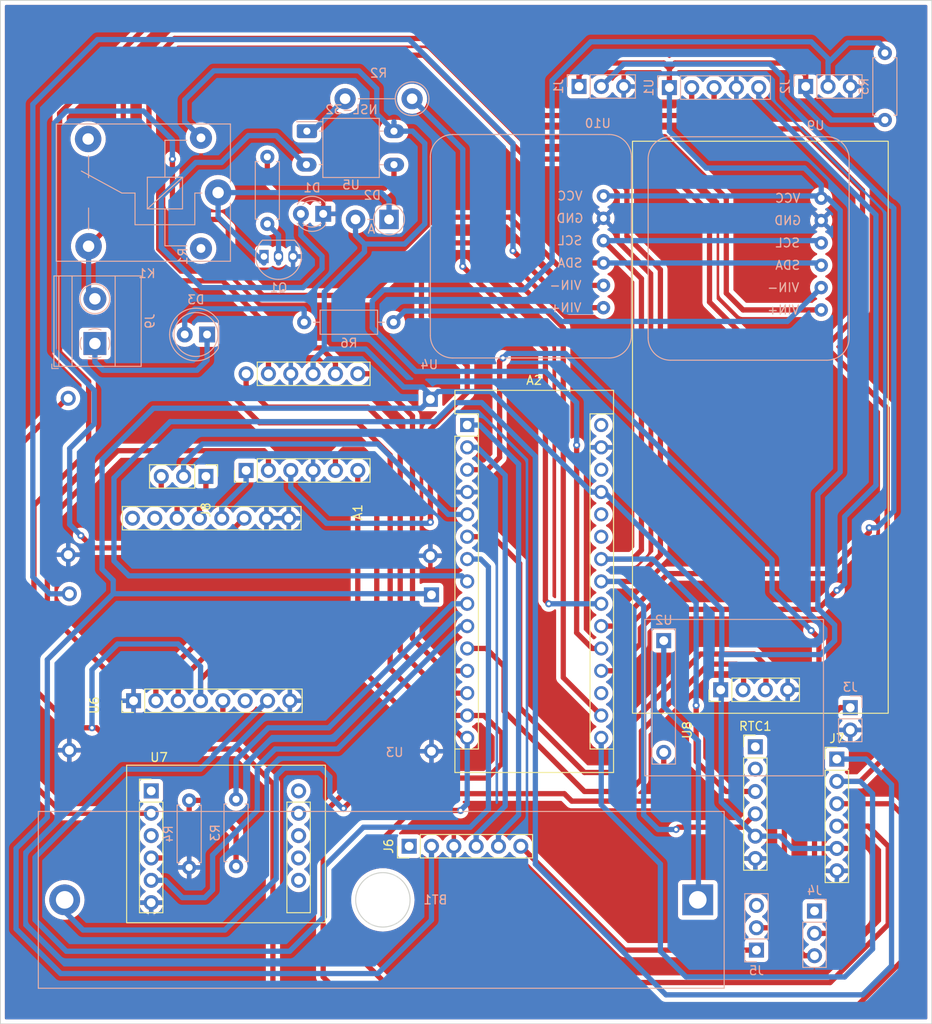
<source format=kicad_pcb>
(kicad_pcb (version 20211014) (generator pcbnew)
  (layers (0 "F.Cu" signal) (31 "B.Cu" signal) (34 "B.Paste" user) (35 "F.Paste" user) (36 "B.SilkS" user "B.Silkscreen") (37 "F.SilkS" user "F.Silkscreen") (38 "B.Mask" user) (39 "F.Mask" user) (44 "Edge.Cuts" user))
  (net 0 "")
  (net 1 "RESET_L")
  (net 2 "SCK_L")
  (net 3 "LL_3V3")
  (net 4 "GND")
  (net 5 "MOSI_L")
  (net 6 "NSS_LORA_L")
  (net 7 "NSS_LORA")
  (net 8 "MOSI")
  (net 9 "+5V")
  (net 10 "SCK")
  (net 11 "RESET_LORA")
  (net 12 "TXD")
  (net 13 "RXD")
  (net 14 "Reset")
  (net 15 "INTRPT")
  (net 16 "GPS_TX")
  (net 17 "BUSY")
  (net 18 "NSS_SD")
  (net 19 "RX_GSM")
  (net 20 "TX_GSM")
  (net 21 "GPS_RX")
  (net 22 "MISO")
  (net 24 "KTYPE")
  (net 25 "DS18B20")
  (net 26 "PT1000")
  (net 27 "RELAY_INPUT")
  (net 28 "SDA")
  (net 29 "SCL")
  (net 34 "Net-(BT1-Pad1)")
  (net 35 "Net-(BT1-Pad2)")
  (net 36 "Net-(D1-Pad2)")
  (net 37 "Net-(D2-Pad1)")
  (net 38 "BATT-")
  (net 39 "Net-(D3-Pad2)")
  (net 40 "Net-(J3-Pad1)")
  (net 42 "State")
  (net 45 "DIO0")
  (net 46 "DIO1")
  (net 47 "BAT_VIN+")
  (net 48 "BATT+")
  (net 50 "Net-(Q1-Pad2)")
  (net 51 "Net-(R1-Pad1)")
  (net 52 "Net-(R2-Pad2)")
  (net 53 "RX_GSM_3.3V")
  (net 54 "Net-(R6-Pad2)")
  (net 57 "+3.3V")
  (net 58 "+4V")
  (net 62 "LoRa3.3V")
  (footprint "Connector_PinHeader_2.54mm:PinHeader_1x06_P2.54mm_Vertical" (layer "F.Cu") (at 135.382 136.017)
    (fp_text reference "RTC1")
    (fp_text value "DS3231")
  )
  (footprint "Module:Arduino_Nano" (layer "F.Cu") (at 102.616 99.441)
    (fp_text reference "A2")
    (fp_text value "Arduino_Nano_v3.x")
  )
  (footprint "Connector_PinHeader_2.54mm:PinHeader_1x06_P2.54mm_Vertical" (layer "F.Cu") (at 96.012 147.32 90)
    (fp_text reference "J6")
    (fp_text value "HC-05")
  )
  (footprint "logic_level_shifter:PinHeader_1x12_P2.54mm_Vertical" (layer "F.Cu") (at 90.17 104.607 90)
    (fp_text reference "A1")
    (fp_text value "LogicLevelShifter_Module")
  )
  (footprint "LoRa:LoRa Ra01sh" (layer "F.Cu") (at 84.2265 132.5855 90)
    (fp_text reference "U6")
    (fp_text value "Ra01SH")
  )
  (footprint "Connector_PinHeader_2.54mm:PinHeader_1x06_P2.54mm_Vertical" (layer "F.Cu") (at 144.653 137.414)
    (fp_text reference "J7")
    (fp_text value "SD_CARD")
  )
  (footprint "Connector_PinHeader_2.54mm:PinHeader_1x03_P2.54mm_Vertical" (layer "F.Cu") (at 72.898 105.283 -90)
    (fp_text reference "J8")
    (fp_text value "Jumper_DIO0_DIO1")
  )
  (footprint "GPS:PinHeader_1x04_P2.54mm_Vertical" (layer "F.Cu") (at 131.445 129.54 90)
    (fp_text reference "U8")
    (fp_text value "ublox_neo_6m")
  )
  (footprint "GSM:GSM" (layer "F.Cu") (at 66.675 141.0335)
    (fp_text reference "U7")
    (fp_text value "SI800L")
  )
  (footprint "Diode_THT:D_DO-41_SOD81_P3.81mm_Vertical_AnodeUp" (layer "B.Cu") (at 93.726 76.073 180)
    (fp_text reference "D2")
    (fp_text value "DIODE")
  )
  (footprint "TerminalBlock_Phoenix:TerminalBlock_Phoenix_MKDS-1,5-2-5.08_1x02_P5.08mm_Horizontal" (layer "B.Cu") (at 60.274 90.175 90)
    (fp_text reference "J9")
    (fp_text value "Screw_Terminal_01x02")
  )
  (footprint "usini_sensors:module_ina219" (layer "B.Cu") (at 142.875 86.36 180)
    (fp_text reference "U9")
    (fp_text value "module_ina219")
  )
  (footprint "Connector_PinHeader_2.54mm:PinHeader_1x02_P2.54mm_Vertical" (layer "B.Cu") (at 146.177 131.567 180)
    (fp_text reference "J3")
    (fp_text value "USB_BOOST_OUT")
  )
  (footprint "Resistor_THT:R_Axial_DIN0207_L6.3mm_D2.5mm_P7.62mm_Horizontal" (layer "B.Cu") (at 70.993 142.113 -90)
    (fp_text reference "R4")
    (fp_text value "20K")
  )
  (footprint "Resistor_THT:R_Axial_DIN0207_L6.3mm_D2.5mm_P7.62mm_Horizontal" (layer "B.Cu") (at 76.327 141.986 -90)
    (fp_text reference "R3")
    (fp_text value "10K")
  )
  (footprint "LED_THT:LED_D5.0mm" (layer "B.Cu") (at 73.03 89.154 180)
    (fp_text reference "D3")
    (fp_text value "LED")
  )
  (footprint "LM2596:LM2596" (layer "B.Cu") (at 100.33 138.049 180)
    (fp_text reference "U3")
    (fp_text value "LM2596")
  )
  (footprint "Resistor_THT:R_Axial_DIN0207_L6.3mm_D2.5mm_P10.16mm_Horizontal" (layer "B.Cu") (at 84.074 87.757)
    (fp_text reference "R6")
    (fp_text value "100E")
  )
  (footprint "Connector_PinHeader_2.54mm:PinHeader_1x03_P2.54mm_Vertical" (layer "B.Cu") (at 115.331 60.96 -90)
    (fp_text reference "J1")
    (fp_text value "PT1000")
  )
  (footprint "RELAY:Relay_SPDT_SANYOU_SRD_Series_Form_C" (layer "B.Cu") (at 74.286 73.025 180)
    (fp_text reference "K1")
    (fp_text value "G5V-1")
  )
  (footprint "Resistor_THT:R_Axial_DIN0411_L9.9mm_D3.6mm_P7.62mm_Vertical" (layer "B.Cu") (at 96.347 62.357 180)
    (fp_text reference "R2")
    (fp_text value "330E")
  )
  (footprint "Connector_PinHeader_2.54mm:PinHeader_1x05_P2.54mm_Vertical" (layer "B.Cu") (at 125.608 61.087 -90)
    (fp_text reference "U1")
    (fp_text value "ktype")
  )
  (footprint "OPTOCOUPLER:OPTOCOUPLER" (layer "B.Cu") (at 83.237 69.85)
    (fp_text reference "U5")
    (fp_text value "NSL-32")
  )
  (footprint "LED_THT:LED_D3.0mm" (layer "B.Cu") (at 86.238 75.438 180)
    (fp_text reference "D1")
    (fp_text value "LED")
  )
  (footprint "Resistor_THT:R_Axial_DIN0207_L6.3mm_D2.5mm_P7.62mm_Horizontal" (layer "B.Cu") (at 79.883 68.961 -90)
    (fp_text reference "R1")
    (fp_text value "1k")
  )
  (footprint "Battery:BatteryHolder_MPD_BH-18650-PC2" (layer "B.Cu") (at 128.837 153.416 180)
    (fp_text reference "BT1")
    (fp_text value "Battery")
    (fp_circle (center 35.814 0) (end 36.83 2.921) (layer "Edge.Cuts") (width 0.12) (fill none))
  )
  (footprint "Package_TO_SOT_THT:TO-92_Inline" (layer "B.Cu") (at 79.883 80.285)
    (fp_text reference "Q1")
    (fp_text value "BC547")
  )
  (footprint "Connector_PinHeader_2.54mm:PinHeader_1x03_P2.54mm_Vertical" (layer "B.Cu") (at 135.509 159.131)
    (fp_text reference "J5")
    (fp_text value "BL_Switch")
  )
  (footprint "LM2596:LM2596" (layer "B.Cu") (at 100.203 115.824 180)
    (fp_text reference "U4")
    (fp_text value "LM2596")
  )
  (footprint "Connector_PinHeader_2.54mm:PinHeader_1x03_P2.54mm_Vertical" (layer "B.Cu") (at 142.113 154.686 180)
    (fp_text reference "J4")
    (fp_text value "Power_Switch")
  )
  (footprint "Connector_PinHeader_2.54mm:PinHeader_1x03_P2.54mm_Vertical" (layer "B.Cu") (at 141.112 60.96 -90)
    (fp_text reference "J2")
    (fp_text value "Jumper_DIO0_DIO1")
  )
  (footprint "5V_USB_BOOST:PinHeader_1x06_P2.54mm_Vertical" (layer "B.Cu") (at 126.238 137.922 180)
    (fp_text reference "U2")
    (fp_text value "USB_5V_BOOST")
  )
  (footprint "Resistor_THT:R_Axial_DIN0207_L6.3mm_D2.5mm_P7.62mm_Horizontal" (layer "B.Cu") (at 150.114 57.15 -90)
    (fp_text reference "R5")
    (fp_text value "4.7K")
  )
  (footprint "usini_sensors:module_ina219" (layer "B.Cu") (at 118.11 86.106 180)
    (fp_text reference "U10")
    (fp_text value "module_ina219")
  )
  (gr_rect (start 155.448 167.513) (end 49.53 51.181) (layer "Edge.Cuts") (width 0.1) (fill none))
  (segment (start 74.7015 108.8135) (end 74.7015 110.0355) (width 0.6) (layer "B.Cu") (net 1))
  (segment (start 77.47 106.045) (end 74.7015 108.8135) (width 0.6) (layer "B.Cu") (net 1))
  (segment (start 77.47 104.607) (end 77.47 106.045) (width 0.6) (layer "B.Cu") (net 1))
  (segment (start 80.01 102.87) (end 80.01 104.607) (width 0.6) (layer "F.Cu") (net 2))
  (segment (start 73.025 134.493) (end 63.246 134.493) (width 0.6) (layer "F.Cu") (net 2))
  (segment (start 74.8285 132.6895) (end 73.025 134.493) (width 0.6) (layer "F.Cu") (net 2))
  (segment (start 54.864 110.363) (end 62.865 102.362) (width 0.6) (layer "F.Cu") (net 2))
  (segment (start 61.849 127.635) (end 54.864 120.65) (width 0.6) (layer "F.Cu") (net 2))
  (segment (start 54.864 120.65) (end 54.864 110.363) (width 0.6) (layer "F.Cu") (net 2))
  (segment (start 63.246 134.493) (end 61.849 133.096) (width 0.6) (layer "F.Cu") (net 2))
  (segment (start 79.502 102.362) (end 80.01 102.87) (width 0.6) (layer "F.Cu") (net 2))
  (segment (start 62.865 102.362) (end 79.502 102.362) (width 0.6) (layer "F.Cu") (net 2))
  (segment (start 74.8285 130.7855) (end 74.8285 132.6895) (width 0.6) (layer "F.Cu") (net 2))
  (segment (start 61.849 133.096) (end 61.849 127.635) (width 0.6) (layer "F.Cu") (net 2))
  (segment (start 102.616 92.71) (end 97.409 87.503) (width 0.6) (layer "F.Cu") (net 3))
  (segment (start 113.538 88.392) (end 113.538 128.143) (width 0.6) (layer "F.Cu") (net 3))
  (segment (start 97.409 87.503) (end 97.409 82.042) (width 0.6) (layer "F.Cu") (net 3))
  (segment (start 102.616 95.758) (end 102.616 92.71) (width 0.6) (layer "F.Cu") (net 3))
  (segment (start 98.425 99.949) (end 102.616 95.758) (width 0.6) (layer "F.Cu") (net 3))
  (segment (start 97.409 82.042) (end 100.711 78.74) (width 0.6) (layer "F.Cu") (net 3))
  (segment (start 113.538 128.143) (end 117.856 132.461) (width 0.6) (layer "F.Cu") (net 3))
  (segment (start 98.425 110.49) (end 98.425 99.949) (width 0.6) (layer "F.Cu") (net 3))
  (segment (start 100.711 78.74) (end 103.886 78.74) (width 0.6) (layer "F.Cu") (net 3))
  (segment (start 103.886 78.74) (end 113.538 88.392) (width 0.6) (layer "F.Cu") (net 3))
  (via (at 98.425 110.49) (size 0.8) (drill 0.4) (layers "F.Cu" "B.Cu") (net 3))
  (segment (start 98.298 110.617) (end 86.614 110.617) (width 0.6) (layer "B.Cu") (net 3))
  (segment (start 86.614 110.617) (end 82.55 106.553) (width 0.6) (layer "B.Cu") (net 3))
  (segment (start 98.425 110.49) (end 98.298 110.617) (width 0.6) (layer "B.Cu") (net 3))
  (segment (start 82.55 106.553) (end 82.55 104.607) (width 0.6) (layer "B.Cu") (net 3))
  (segment (start 90.805 102.235) (end 92.329 103.759) (width 0.6) (layer "F.Cu") (net 5))
  (segment (start 73.279 125.222) (end 69.7485 128.7525) (width 0.6) (layer "F.Cu") (net 5))
  (segment (start 88.519 102.235) (end 90.805 102.235) (width 0.6) (layer "F.Cu") (net 5))
  (segment (start 69.7485 128.7525) (end 69.7485 130.7855) (width 0.6) (layer "F.Cu") (net 5))
  (segment (start 92.329 103.759) (end 92.329 122.174) (width 0.6) (layer "F.Cu") (net 5))
  (segment (start 89.281 125.222) (end 73.279 125.222) (width 0.6) (layer "F.Cu") (net 5))
  (segment (start 87.63 103.124) (end 88.519 102.235) (width 0.6) (layer "F.Cu") (net 5))
  (segment (start 87.63 104.607) (end 87.63 103.124) (width 0.6) (layer "F.Cu") (net 5))
  (segment (start 92.329 122.174) (end 89.281 125.222) (width 0.6) (layer "F.Cu") (net 5))
  (segment (start 72.644 123.444) (end 88.138 123.444) (width 0.6) (layer "F.Cu") (net 6))
  (segment (start 88.138 123.444) (end 90.17 121.412) (width 0.6) (layer "F.Cu") (net 6))
  (segment (start 67.2085 130.7855) (end 67.2085 128.8795) (width 0.6) (layer "F.Cu") (net 6))
  (segment (start 90.17 121.412) (end 90.17 104.607) (width 0.6) (layer "F.Cu") (net 6))
  (segment (start 67.2085 128.8795) (end 72.644 123.444) (width 0.6) (layer "F.Cu") (net 6))
  (segment (start 77.47 93.618) (end 77.47 94.996) (width 0.6) (layer "F.Cu") (net 7))
  (segment (start 94.996 101.092) (end 94.996 125.095) (width 0.6) (layer "F.Cu") (net 7))
  (segment (start 77.47 94.996) (end 79.883 97.409) (width 0.6) (layer "F.Cu") (net 7))
  (segment (start 94.996 125.095) (end 99.822 129.921) (width 0.6) (layer "F.Cu") (net 7))
  (segment (start 99.822 129.921) (end 102.616 129.921) (width 0.6) (layer "F.Cu") (net 7))
  (segment (start 79.883 97.409) (end 91.313 97.409) (width 0.6) (layer "F.Cu") (net 7))
  (segment (start 91.313 97.409) (end 94.996 101.092) (width 0.6) (layer "F.Cu") (net 7))
  (segment (start 104.521 132.461) (end 102.616 132.461) (width 0.6) (layer "F.Cu") (net 8))
  (segment (start 76.962 91.186) (end 75.565 92.583) (width 0.6) (layer "F.Cu") (net 8))
  (segment (start 89.662 165.608) (end 86.233 162.179) (width 0.6) (layer "F.Cu") (net 8))
  (segment (start 153.416 159.004) (end 146.812 165.608) (width 0.6) (layer "F.Cu") (net 8))
  (segment (start 86.233 162.179) (end 86.233 143.637) (width 0.6) (layer "F.Cu") (net 8))
  (segment (start 150.876 142.494) (end 153.416 145.034) (width 0.6) (layer "F.Cu") (net 8))
  (segment (start 144.653 142.494) (end 150.876 142.494) (width 0.6) (layer "F.Cu") (net 8))
  (segment (start 75.565 92.583) (end 75.565 95.758) (width 0.6) (layer "F.Cu") (net 8))
  (segment (start 90.17 99.187) (end 93.853 102.87) (width 0.6) (layer "F.Cu") (net 8))
  (segment (start 79.121 91.186) (end 76.962 91.186) (width 0.6) (layer "F.Cu") (net 8))
  (segment (start 80.01 92.075) (end 79.121 91.186) (width 0.6) (layer "F.Cu") (net 8))
  (segment (start 93.853 127.127) (end 99.187 132.461) (width 0.6) (layer "F.Cu") (net 8))
  (segment (start 153.416 145.034) (end 153.416 159.004) (width 0.6) (layer "F.Cu") (net 8))
  (segment (start 106.553 134.493) (end 104.521 132.461) (width 0.6) (layer "F.Cu") (net 8))
  (segment (start 75.565 95.758) (end 78.994 99.187) (width 0.6) (layer "F.Cu") (net 8))
  (segment (start 99.187 132.461) (end 102.616 132.461) (width 0.6) (layer "F.Cu") (net 8))
  (segment (start 106.553 137.922) (end 106.553 134.493) (width 0.6) (layer "F.Cu") (net 8))
  (segment (start 78.994 99.187) (end 90.17 99.187) (width 0.6) (layer "F.Cu") (net 8))
  (segment (start 93.853 102.87) (end 93.853 127.127) (width 0.6) (layer "F.Cu") (net 8))
  (segment (start 104.902 139.573) (end 106.553 137.922) (width 0.6) (layer "F.Cu") (net 8))
  (segment (start 80.01 93.618) (end 80.01 92.075) (width 0.6) (layer "F.Cu") (net 8))
  (segment (start 86.233 143.637) (end 90.297 139.573) (width 0.6) (layer "F.Cu") (net 8))
  (segment (start 146.812 165.608) (end 89.662 165.608) (width 0.6) (layer "F.Cu") (net 8))
  (segment (start 90.297 139.573) (end 104.902 139.573) (width 0.6) (layer "F.Cu") (net 8))
  (segment (start 115.331 60.96) (end 115.331 59.675) (width 0.6) (layer "F.Cu") (net 9))
  (segment (start 116.713 58.293) (end 124.968 58.293) (width 0.6) (layer "F.Cu") (net 9))
  (segment (start 141.112 59.705) (end 141.112 60.96) (width 0.6) (layer "F.Cu") (net 9))
  (segment (start 139.7 58.293) (end 141.112 59.705) (width 0.6) (layer "F.Cu") (net 9))
  (segment (start 146.685 147.574) (end 147.574 148.463) (width 0.6) (layer "F.Cu") (net 9))
  (segment (start 124.968 58.293) (end 125.608 58.933) (width 0.6) (layer "F.Cu") (net 9))
  (segment (start 126.248 58.293) (end 139.7 58.293) (width 0.6) (layer "F.Cu") (net 9))
  (segment (start 147.574 155.575) (end 145.923 157.226) (width 0.6) (layer "F.Cu") (net 9))
  (segment (start 145.923 157.226) (end 142.113 157.226) (width 0.6) (layer "F.Cu") (net 9))
  (segment (start 147.574 148.463) (end 147.574 155.575) (width 0.6) (layer "F.Cu") (net 9))
  (segment (start 144.653 147.574) (end 146.685 147.574) (width 0.6) (layer "F.Cu") (net 9))
  (segment (start 125.608 58.933) (end 125.608 61.087) (width 0.6) (layer "F.Cu") (net 9))
  (segment (start 125.608 58.933) (end 126.248 58.293) (width 0.6) (layer "F.Cu") (net 9))
  (segment (start 115.331 59.675) (end 116.713 58.293) (width 0.6) (layer "F.Cu") (net 9))
  (segment (start 62.357 117.094) (end 62.357 118.618) (width 0.6) (layer "B.Cu") (net 9))
  (segment (start 145.034 104.775) (end 142.494 107.315) (width 0.6) (layer "B.Cu") (net 9))
  (segment (start 85.09 93.618) (end 85.09 92.075) (width 0.6) (layer "B.Cu") (net 9))
  (segment (start 144.018 64.77) (end 150.114 64.77) (width 0.6) (layer "B.Cu") (net 9))
  (segment (start 61.087 103.378) (end 61.087 115.824) (width 0.6) (layer "B.Cu") (net 9))
  (segment (start 66.929 97.536) (end 61.087 103.378) (width 0.6) (layer "B.Cu") (net 9))
  (segment (start 98.425 96.012) (end 98.425 96.52) (width 0.6) (layer "B.Cu") (net 9))
  (segment (start 131.5085 142.3035) (end 131.5085 125.5395) (width 0.6) (layer "B.Cu") (net 9))
  (segment (start 125.608 66.045) (end 129.794 70.231) (width 0.6) (layer "B.Cu") (net 9))
  (segment (start 90.297 59.182) (end 92.329 61.214) (width 0.6) (layer "B.Cu") (net 9))
  (segment (start 135.382 146.177) (end 131.5085 142.3035) (width 0.6) (layer "B.Cu") (net 9))
  (segment (start 142.494 120.269) (end 144.399 122.174) (width 0.6) (layer "B.Cu") (net 9))
  (segment (start 139.573 147.574) (end 138.176 146.177) (width 0.6) (layer "B.Cu") (net 9))
  (segment (start 92.456 161.798) (end 56.388 161.798) (width 0.6) (layer "B.Cu") (net 9))
  (segment (start 116.713 107.061) (end 117.856 107.061) (width 0.6) (layer "B.Cu") (net 9))
  (segment (start 98.425 96.52) (end 99.314 95.631) (width 0.6) (layer "B.Cu") (net 9))
  (segment (start 56.388 161.798) (end 51.308 156.718) (width 0.6) (layer "B.Cu") (net 9))
  (segment (start 89.916 76.073) (end 89.916 77.851) (width 0.6) (layer "B.Cu") (net 9))
  (segment (start 70.485 64.951) (end 70.485 62.484) (width 0.6) (layer "B.Cu") (net 9))
  (segment (start 131.5085 125.5395) (end 131.572 125.476) (width 0.6) (layer "B.Cu") (net 9))
  (segment (start 92.329 64.083) (end 94.286 66.04) (width 0.6) (layer "B.Cu") (net 9))
  (segment (start 140.97 70.231) (end 142.875 72.136) (width 0.6) (layer "B.Cu") (net 9))
  (segment (start 138.176 146.177) (end 135.382 146.177) (width 0.6) (layer "B.Cu") (net 9))
  (segment (start 142.875 72.136) (end 142.875 73.66) (width 0.6) (layer "B.Cu") (net 9))
  (segment (start 131.572 120.396) (end 118.237 107.061) (width 0.6) (layer "B.Cu") (net 9))
  (segment (start 118.11 73.406) (end 142.621 73.406) (width 0.6) (layer "B.Cu") (net 9))
  (segment (start 90.932 78.867) (end 95.504 78.867) (width 0.6) (layer "B.Cu") (net 9))
  (segment (start 95.504 78.867) (end 97.79 76.581) (width 0.6) (layer "B.Cu") (net 9))
  (segment (start 144.526 147.701) (end 144.653 147.574) (width 0.6) (layer "B.Cu") (net 9))
  (segment (start 73.787 59.182) (end 90.297 59.182) (width 0.6) (layer "B.Cu") (net 9))
  (segment (start 96.393 66.04) (end 94.286 66.04) (width 0.6) (layer "B.Cu") (net 9))
  (segment (start 89.916 77.851) (end 90.932 78.867) (width 0.6) (layer "B.Cu") (net 9))
  (segment (start 97.79 67.437) (end 96.393 66.04) (width 0.6) (layer "B.Cu") (net 9))
  (segment (start 143.637 73.66) (end 145.034 75.057) (width 0.6) (layer "B.Cu") (net 9))
  (segment (start 144.653 147.574) (end 139.573 147.574) (width 0.6) (layer "B.Cu") (net 9))
  (segment (start 92.329 61.214) (end 92.329 64.083) (width 0.6) (layer "B.Cu") (net 9))
  (segment (start 90.932 78.867) (end 90.932 79.756) (width 0.6) (layer "B.Cu") (net 9))
  (segment (start 99.314 95.631) (end 105.283 95.631) (width 0.6) (layer "B.Cu") (net 9))
  (segment (start 51.308 147.574) (end 54.864 144.018) (width 0.6) (layer "B.Cu") (net 9))
  (segment (start 72.336 66.802) (end 70.485 64.951) (width 0.6) (layer "B.Cu") (net 9))
  (segment (start 125.608 61.087) (end 125.608 66.045) (width 0.6) (layer "B.Cu") (net 9))
  (segment (start 86.36 90.805) (end 91.059 90.805) (width 0.6) (layer "B.Cu") (net 9))
  (segment (start 91.059 90.805) (end 95.377 95.123) (width 0.6) (layer "B.Cu") (net 9))
  (segment (start 131.572 125.476) (end 131.572 120.396) (width 0.6) (layer "B.Cu") (net 9))
  (segment (start 51.308 156.718) (end 51.308 147.574) (width 0.6) (layer "B.Cu") (net 9))
  (segment (start 85.09 92.075) (end 86.36 90.805) (width 0.6) (layer "B.Cu") (net 9))
  (segment (start 129.794 70.231) (end 140.97 70.231) (width 0.6) (layer "B.Cu") (net 9))
  (segment (start 142.8115 125.5395) (end 131.5085 125.5395) (width 0.6) (layer "B.Cu") (net 9))
  (segment (start 70.485 62.484) (end 73.787 59.182) (width 0.6) (layer "B.Cu") (net 9))
  (segment (start 142.494 107.315) (end 142.494 120.269) (width 0.6) (layer "B.Cu") (net 9))
  (segment (start 98.552 147.32) (end 98.552 155.702) (width 0.6) (layer "B.Cu") (net 9))
  (segment (start 97.409 97.536) (end 66.929 97.536) (width 0.6) (layer "B.Cu") (net 9))
  (segment (start 94.286 66.04) (end 94.286 64.972) (width 0.6) (layer "B.Cu") (net 9))
  (segment (start 90.932 79.756) (end 86.36 84.328) (width 0.6) (layer "B.Cu") (net 9))
  (segment (start 105.283 95.631) (end 116.713 107.061) (width 0.6) (layer "B.Cu") (net 9))
  (segment (start 97.79 76.581) (end 97.79 67.437) (width 0.6) (layer "B.Cu") (net 9))
  (segment (start 144.399 123.952) (end 142.8115 125.5395) (width 0.6) (layer "B.Cu") (net 9))
  (segment (start 144.399 122.174) (end 144.399 123.952) (width 0.6) (layer "B.Cu") (net 9))
  (segment (start 86.36 84.328) (end 86.36 90.805) (width 0.6) (layer "B.Cu") (net 9))
  (segment (start 141.112 60.96) (end 141.112 61.864) (width 0.6) (layer "B.Cu") (net 9))
  (segment (start 61.087 115.824) (end 62.357 117.094) (width 0.6) (layer "B.Cu") (net 9))
  (segment (start 98.425 96.52) (end 97.409 97.536) (width 0.6) (layer "B.Cu") (net 9))
  (segment (start 62.357 118.618) (end 98.425 118.618) (width 0.6) (layer "B.Cu") (net 9))
  (segment (start 118.237 107.061) (end 117.856 107.061) (width 0.6) (layer "B.Cu") (net 9))
  (segment (start 97.536 95.123) (end 98.425 96.012) (width 0.6) (layer "B.Cu") (net 9))
  (segment (start 142.875 73.66) (end 143.637 73.66) (width 0.6) (layer "B.Cu") (net 9))
  (segment (start 95.377 95.123) (end 97.536 95.123) (width 0.6) (layer "B.Cu") (net 9))
  (segment (start 98.552 155.702) (end 92.456 161.798) (width 0.6) (layer "B.Cu") (net 9))
  (segment (start 141.112 61.864) (end 144.018 64.77) (width 0.6) (layer "B.Cu") (net 9))
  (segment (start 54.864 144.018) (end 54.864 126.111) (width 0.6) (layer "B.Cu") (net 9))
  (segment (start 145.034 75.057) (end 145.034 104.775) (width 0.6) (layer "B.Cu") (net 9))
  (segment (start 54.864 126.111) (end 62.357 118.618) (width 0.6) (layer "B.Cu") (net 9))
  (segment (start 66.421 79.883) (end 69.596 83.058) (width 0.6) (layer "F.Cu") (net 10))
  (segment (start 135.255 90.551) (end 130.175 85.471) (width 0.6) (layer "F.Cu") (net 10))
  (segment (start 147.574 72.771) (end 140.589 65.786) (width 0.6) (layer "F.Cu") (net 10))
  (segment (start 74.803 83.058) (end 82.423 90.678) (width 0.6) (layer "F.Cu") (net 10))
  (segment (start 85.979 90.678) (end 87.63 92.329) (width 0.6) (layer "F.Cu") (net 10))
  (segment (start 97.663 57.404) (end 70.231 57.404) (width 0.6) (layer "F.Cu") (net 10))
  (segment (start 109.474 69.215) (end 97.663 57.404) (width 0.6) (layer "F.Cu") (net 10))
  (segment (start 143.383 90.551) (end 135.255 90.551) (width 0.6) (layer "F.Cu") (net 10))
  (segment (start 147.574 86.36) (end 147.574 72.771) (width 0.6) (layer "F.Cu") (net 10))
  (segment (start 150.368 97.536) (end 143.383 90.551) (width 0.6) (layer "F.Cu") (net 10))
  (segment (start 87.63 92.329) (end 87.63 93.618) (width 0.6) (layer "F.Cu") (net 10))
  (segment (start 130.175 75.311) (end 124.079 69.215) (width 0.6) (layer "F.Cu") (net 10))
  (segment (start 140.589 65.786) (end 132.842 65.786) (width 0.6) (layer "F.Cu") (net 10))
  (segment (start 147.32 139.954) (end 150.368 136.906) (width 0.6) (layer "F.Cu") (net 10))
  (segment (start 69.596 83.058) (end 74.803 83.058) (width 0.6) (layer "F.Cu") (net 10))
  (segment (start 66.421 61.214) (end 66.421 79.883) (width 0.6) (layer "F.Cu") (net 10))
  (segment (start 130.688 63.632) (end 130.688 61.087) (width 0.6) (layer "F.Cu") (net 10))
  (segment (start 70.231 57.404) (end 66.421 61.214) (width 0.6) (layer "F.Cu") (net 10))
  (segment (start 82.423 90.678) (end 85.979 90.678) (width 0.6) (layer "F.Cu") (net 10))
  (segment (start 143.383 90.551) (end 147.574 86.36) (width 0.6) (layer "F.Cu") (net 10))
  (segment (start 132.842 65.786) (end 130.688 63.632) (width 0.6) (layer "F.Cu") (net 10))
  (segment (start 144.653 139.954) (end 147.32 139.954) (width 0.6) (layer "F.Cu") (net 10))
  (segment (start 130.175 85.471) (end 130.175 75.311) (width 0.6) (layer "F.Cu") (net 10))
  (segment (start 124.079 69.215) (end 109.474 69.215) (width 0.6) (layer "F.Cu") (net 10))
  (segment (start 150.368 136.906) (end 150.368 97.536) (width 0.6) (layer "F.Cu") (net 10))
  (segment (start 127.508 162.179) (end 145.542 162.179) (width 0.6) (layer "B.Cu") (net 10))
  (segment (start 117.856 135.001) (end 117.856 142.621) (width 0.6) (layer "B.Cu") (net 10))
  (segment (start 145.542 162.179) (end 148.717 159.004) (width 0.6) (layer "B.Cu") (net 10))
  (segment (start 148.717 141.351) (end 147.32 139.954) (width 0.6) (layer "B.Cu") (net 10))
  (segment (start 117.856 142.621) (end 124.587 149.352) (width 0.6) (layer "B.Cu") (net 10))
  (segment (start 124.587 159.258) (end 127.508 162.179) (width 0.6) (layer "B.Cu") (net 10))
  (segment (start 148.717 159.004) (end 148.717 141.351) (width 0.6) (layer "B.Cu") (net 10))
  (segment (start 124.587 149.352) (end 124.587 159.258) (width 0.6) (layer "B.Cu") (net 10))
  (segment (start 147.32 139.954) (end 144.653 139.954) (width 0.6) (layer "B.Cu") (net 10))
  (segment (start 90.17 93.618) (end 91.586 93.618) (width 0.6) (layer "F.Cu") (net 11))
  (segment (start 100.076 127.381) (end 102.616 127.381) (width 0.6) (layer "F.Cu") (net 11))
  (segment (start 96.393 98.425) (end 96.393 123.698) (width 0.6) (layer "F.Cu") (net 11))
  (segment (start 96.393 123.698) (end 100.076 127.381) (width 0.6) (layer "F.Cu") (net 11))
  (segment (start 91.586 93.618) (end 96.393 98.425) (width 0.6) (layer "F.Cu") (net 11))
  (segment (start 108.458 143.764) (end 106.172 146.05) (width 0.6) (layer "B.Cu") (net 12))
  (segment (start 104.016 99.441) (end 108.458 103.883) (width 0.6) (layer "B.Cu") (net 12))
  (segment (start 106.172 146.05) (end 106.172 147.32) (width 0.6) (layer "B.Cu") (net 12))
  (segment (start 102.616 99.441) (end 104.016 99.441) (width 0.6) (layer "B.Cu") (net 12))
  (segment (start 108.458 103.883) (end 108.458 143.764) (width 0.6) (layer "B.Cu") (net 12))
  (segment (start 106.934 142.748) (end 106.934 105.156) (width 0.6) (layer "B.Cu") (net 13))
  (segment (start 106.934 105.156) (end 103.759 101.981) (width 0.6) (layer "B.Cu") (net 13))
  (segment (start 103.759 101.981) (end 102.616 101.981) (width 0.6) (layer "B.Cu") (net 13))
  (segment (start 103.632 146.05) (end 106.934 142.748) (width 0.6) (layer "B.Cu") (net 13))
  (segment (start 103.632 147.32) (end 103.632 146.05) (width 0.6) (layer "B.Cu") (net 13))
  (segment (start 106.299 92.202) (end 106.299 103.124) (width 0.6) (layer "F.Cu") (net 14))
  (segment (start 106.299 103.124) (end 104.902 104.521) (width 0.6) (layer "F.Cu") (net 14))
  (segment (start 135.509 156.591) (end 137.922 156.591) (width 0.6) (layer "F.Cu") (net 14))
  (segment (start 138.684 135.255) (end 142.621 131.318) (width 0.6) (layer "F.Cu") (net 14))
  (segment (start 106.68 91.821) (end 106.299 92.202) (width 0.6) (layer "F.Cu") (net 14))
  (segment (start 138.684 143.129) (end 138.684 135.255) (width 0.6) (layer "F.Cu") (net 14))
  (segment (start 142.621 123.698) (end 141.732 122.809) (width 0.6) (layer "F.Cu") (net 14))
  (segment (start 142.621 131.318) (end 142.621 123.698) (width 0.6) (layer "F.Cu") (net 14))
  (segment (start 138.684 155.829) (end 138.684 143.129) (width 0.6) (layer "F.Cu") (net 14))
  (segment (start 104.902 104.521) (end 102.616 104.521) (width 0.6) (layer "F.Cu") (net 14))
  (segment (start 137.922 156.591) (end 138.684 155.829) (width 0.6) (layer "F.Cu") (net 14))
  (via (at 106.68 91.821) (size 0.8) (drill 0.4) (layers "F.Cu" "B.Cu") (net 14))
  (via (at 141.732 122.809) (size 0.8) (drill 0.4) (layers "F.Cu" "B.Cu") (net 14))
  (segment (start 113.792 91.313) (end 137.287 114.808) (width 0.6) (layer "B.Cu") (net 14))
  (segment (start 137.287 114.808) (end 137.287 118.364) (width 0.6) (layer "B.Cu") (net 14))
  (segment (start 106.68 91.821) (end 107.188 91.313) (width 0.6) (layer "B.Cu") (net 14))
  (segment (start 107.188 91.313) (end 113.792 91.313) (width 0.6) (layer "B.Cu") (net 14))
  (segment (start 137.287 118.364) (end 141.732 122.809) (width 0.6) (layer "B.Cu") (net 14))
  (segment (start 70.358 105.283) (end 70.358 103.759) (width 0.6) (layer "B.Cu") (net 15))
  (segment (start 92.456 101.6) (end 100.457 109.601) (width 0.6) (layer "B.Cu") (net 15))
  (segment (start 72.517 101.6) (end 92.456 101.6) (width 0.6) (layer "B.Cu") (net 15))
  (segment (start 100.457 109.601) (end 102.616 109.601) (width 0.6) (layer "B.Cu") (net 15))
  (segment (start 70.358 103.759) (end 72.517 101.6) (width 0.6) (layer "B.Cu") (net 15))
  (segment (start 120.65 138.049) (end 119.761 138.938) (width 0.6) (layer "F.Cu") (net 16))
  (segment (start 136.5885 129.54) (end 136.5885 126.8095) (width 0.6) (layer "F.Cu") (net 16))
  (segment (start 115.951 138.938) (end 108.585 131.572) (width 0.6) (layer "F.Cu") (net 16))
  (segment (start 119.761 138.938) (end 115.951 138.938) (width 0.6) (layer "F.Cu") (net 16))
  (segment (start 108.585 115.189) (end 105.537 112.141) (width 0.6) (layer "F.Cu") (net 16))
  (segment (start 129.159 125.476) (end 120.65 133.985) (width 0.6) (layer "F.Cu") (net 16))
  (segment (start 136.5885 126.8095) (end 135.255 125.476) (width 0.6) (layer "F.Cu") (net 16))
  (segment (start 108.585 131.572) (end 108.585 115.189) (width 0.6) (layer "F.Cu") (net 16))
  (segment (start 120.65 133.985) (end 120.65 138.049) (width 0.6) (layer "F.Cu") (net 16))
  (segment (start 135.255 125.476) (end 129.159 125.476) (width 0.6) (layer "F.Cu") (net 16))
  (segment (start 105.537 112.141) (end 102.616 112.141) (width 0.6) (layer "F.Cu") (net 16))
  (segment (start 86.36 155.321) (end 86.36 149.606) (width 0.6) (layer "B.Cu") (net 17))
  (segment (start 82.423 159.258) (end 86.36 155.321) (width 0.6) (layer "B.Cu") (net 17))
  (segment (start 79.9085 130.7855) (end 73.787 136.907) (width 0.6) (layer "B.Cu") (net 17))
  (segment (start 102.965365 145.161) (end 105.029 143.097366) (width 0.6) (layer "B.Cu") (net 17))
  (segment (start 73.787 137.033) (end 72.263 138.557) (width 0.6) (layer "B.Cu") (net 17))
  (segment (start 72.263 138.557) (end 63.5 138.557) (width 0.6) (layer "B.Cu") (net 17))
  (segment (start 53.467 148.59) (end 53.467 155.702) (width 0.6) (layer "B.Cu") (net 17))
  (segment (start 63.5 138.557) (end 53.467 148.59) (width 0.6) (layer "B.Cu") (net 17))
  (segment (start 73.787 136.907) (end 73.787 137.033) (width 0.6) (layer "B.Cu") (net 17))
  (segment (start 104.14 114.681) (end 102.616 114.681) (width 0.6) (layer "B.Cu") (net 17))
  (segment (start 57.023 159.258) (end 82.423 159.258) (width 0.6) (layer "B.Cu") (net 17))
  (segment (start 105.029 143.097366) (end 105.029 115.57) (width 0.6) (layer "B.Cu") (net 17))
  (segment (start 105.029 115.57) (end 104.14 114.681) (width 0.6) (layer "B.Cu") (net 17))
  (segment (start 90.805 145.161) (end 102.965365 145.161) (width 0.6) (layer "B.Cu") (net 17))
  (segment (start 53.467 155.702) (end 57.023 159.258) (width 0.6) (layer "B.Cu") (net 17))
  (segment (start 86.36 149.606) (end 90.805 145.161) (width 0.6) (layer "B.Cu") (net 17))
  (segment (start 62.441 105.453) (end 62.441 114.892) (width 0.6) (layer "B.Cu") (net 18))
  (segment (start 62.441 114.892) (end 64.135 116.586) (width 0.6) (layer "B.Cu") (net 18))
  (segment (start 110.363 149.352) (end 110.363 102.997) (width 0.6) (layer "B.Cu") (net 18))
  (segment (start 150.876 140.335) (end 150.876 160.909) (width 0.6) (layer "B.Cu") (net 18))
  (segment (start 101.981 116.586) (end 102.616 117.221) (width 0.6) (layer "B.Cu") (net 18))
  (segment (start 104.267 96.901) (end 101.092 96.901) (width 0.6) (layer "B.Cu") (net 18))
  (segment (start 147.955 137.414) (end 150.876 140.335) (width 0.6) (layer "B.Cu") (net 18))
  (segment (start 98.933 99.06) (end 68.834 99.06) (width 0.6) (layer "B.Cu") (net 18))
  (segment (start 147.574 164.211) (end 125.222 164.211) (width 0.6) (layer "B.Cu") (net 18))
  (segment (start 110.363 102.997) (end 104.267 96.901) (width 0.6) (layer "B.Cu") (net 18))
  (segment (start 150.876 160.909) (end 147.574 164.211) (width 0.6) (layer "B.Cu") (net 18))
  (segment (start 68.834 99.06) (end 62.441 105.453) (width 0.6) (layer "B.Cu") (net 18))
  (segment (start 144.653 137.414) (end 147.955 137.414) (width 0.6) (layer "B.Cu") (net 18))
  (segment (start 125.222 164.211) (end 110.363 149.352) (width 0.6) (layer "B.Cu") (net 18))
  (segment (start 101.092 96.901) (end 98.933 99.06) (width 0.6) (layer "B.Cu") (net 18))
  (segment (start 64.135 116.586) (end 101.981 116.586) (width 0.6) (layer "B.Cu") (net 18))
  (segment (start 80.01 133.858) (end 86.868 133.858) (width 0.6) (layer "B.Cu") (net 19))
  (segment (start 86.868 133.858) (end 100.965 119.761) (width 0.6) (layer "B.Cu") (net 19))
  (segment (start 76.327 141.986) (end 76.327 137.541) (width 0.6) (layer "B.Cu") (net 19))
  (segment (start 100.965 119.761) (end 102.616 119.761) (width 0.6) (layer "B.Cu") (net 19))
  (segment (start 76.327 137.541) (end 80.01 133.858) (width 0.6) (layer "B.Cu") (net 19))
  (segment (start 66.675 151.1935) (end 68.2625 151.1935) (width 0.6) (layer "B.Cu") (net 20))
  (segment (start 72.771 153.162) (end 73.66 152.273) (width 0.6) (layer "B.Cu") (net 20))
  (segment (start 87.884 136.271) (end 101.854 122.301) (width 0.6) (layer "B.Cu") (net 20))
  (segment (start 73.66 152.273) (end 73.66 148.336) (width 0.6) (layer "B.Cu") (net 20))
  (segment (start 101.854 122.301) (end 102.616 122.301) (width 0.6) (layer "B.Cu") (net 20))
  (segment (start 78.74 138.303) (end 80.772 136.271) (width 0.6) (layer "B.Cu") (net 20))
  (segment (start 73.66 148.336) (end 78.74 143.256) (width 0.6) (layer "B.Cu") (net 20))
  (segment (start 78.74 143.256) (end 78.74 138.303) (width 0.6) (layer "B.Cu") (net 20))
  (segment (start 70.231 153.162) (end 72.771 153.162) (width 0.6) (layer "B.Cu") (net 20))
  (segment (start 80.772 136.271) (end 87.884 136.271) (width 0.6) (layer "B.Cu") (net 20))
  (segment (start 68.2625 151.1935) (end 70.231 153.162) (width 0.6) (layer "B.Cu") (net 20))
  (segment (start 122.428 139.7) (end 121.031 141.097) (width 0.6) (layer "F.Cu") (net 21))
  (segment (start 122.428 134.239) (end 122.428 139.7) (width 0.6) (layer "F.Cu") (net 21))
  (segment (start 104.775 124.841) (end 102.616 124.841) (width 0.6) (layer "F.Cu") (net 21))
  (segment (start 106.807 131.953) (end 106.807 126.873) (width 0.6) (layer "F.Cu") (net 21))
  (segment (start 106.807 126.873) (end 104.775 124.841) (width 0.6) (layer "F.Cu") (net 21))
  (segment (start 134.0485 129.54) (end 134.0485 127.4445) (width 0.6) (layer "F.Cu") (net 21))
  (segment (start 130.048 126.619) (end 122.428 134.239) (width 0.6) (layer "F.Cu") (net 21))
  (segment (start 121.031 141.097) (end 115.951 141.097) (width 0.6) (layer "F.Cu") (net 21))
  (segment (start 133.223 126.619) (end 130.048 126.619) (width 0.6) (layer "F.Cu") (net 21))
  (segment (start 115.951 141.097) (end 106.807 131.953) (width 0.6) (layer "F.Cu") (net 21))
  (segment (start 134.0485 127.4445) (end 133.223 126.619) (width 0.6) (layer "F.Cu") (net 21))
  (segment (start 80.518 140.208) (end 80.518 163.576) (width 0.6) (layer "F.Cu") (net 22))
  (segment (start 150.495 147.32) (end 150.495 155.702) (width 0.6) (layer "F.Cu") (net 22))
  (segment (start 88.646 156.972) (end 88.646 150.876) (width 0.6) (layer "F.Cu") (net 22))
  (segment (start 100.076 53.086) (end 111.252 64.262) (width 0.6) (layer "F.Cu") (net 22))
  (segment (start 62.865 136.271) (end 76.581 136.271) (width 0.6) (layer "F.Cu") (net 22))
  (segment (start 57.785 133.858) (end 53.34 129.413) (width 0.6) (layer "F.Cu") (net 22))
  (segment (start 73.406 127.254) (end 90.678 127.254) (width 0.6) (layer "F.Cu") (net 22))
  (segment (start 144.653 145.034) (end 148.209 145.034) (width 0.6) (layer "F.Cu") (net 22))
  (segment (start 76.581 136.271) (end 80.518 140.208) (width 0.6) (layer "F.Cu") (net 22))
  (segment (start 92.583 146.939) (end 96.266 143.256) (width 0.6) (layer "F.Cu") (net 22))
  (segment (start 72.2885 128.3715) (end 73.406 127.254) (width 0.6) (layer "F.Cu") (net 22))
  (segment (start 111.252 64.262) (end 126.619 64.262) (width 0.6) (layer "F.Cu") (net 22))
  (segment (start 59.944 133.858) (end 60.452 133.858) (width 0.6) (layer "F.Cu") (net 22))
  (segment (start 53.34 129.413) (end 53.34 108.585) (width 0.6) (layer "F.Cu") (net 22))
  (segment (start 60.452 133.858) (end 62.865 136.271) (width 0.6) (layer "F.Cu") (net 22))
  (segment (start 90.678 127.254) (end 97.409 133.985) (width 0.6) (layer "F.Cu") (net 22))
  (segment (start 126.619 64.262) (end 128.148 62.733) (width 0.6) (layer "F.Cu") (net 22))
  (segment (start 101.092 133.985) (end 102.108 135.001) (width 0.6) (layer "F.Cu") (net 22))
  (segment (start 102.108 135.001) (end 102.616 135.001) (width 0.6) (layer "F.Cu") (net 22))
  (segment (start 143.891 162.814) (end 114.554 162.814) (width 0.6) (layer "F.Cu") (net 22))
  (segment (start 114.554 162.814) (end 93.218 162.814) (width 0.6) (layer "F.Cu") (net 22))
  (segment (start 144.907 161.798) (end 143.891 162.814) (width 0.6) (layer "F.Cu") (net 22))
  (segment (start 128.148 62.733) (end 128.148 61.087) (width 0.6) (layer "F.Cu") (net 22))
  (segment (start 96.266 143.256) (end 101.854 143.256) (width 0.6) (layer "F.Cu") (net 22))
  (segment (start 149.987 146.812) (end 150.495 147.32) (width 0.6) (layer "F.Cu") (net 22))
  (segment (start 59.944 133.858) (end 57.785 133.858) (width 0.6) (layer "F.Cu") (net 22))
  (segment (start 150.495 155.702) (end 150.495 156.21) (width 0.6) (layer "F.Cu") (net 22))
  (segment (start 59.563 102.362) (end 59.563 94.488) (width 0.6) (layer "F.Cu") (net 22))
  (segment (start 88.646 158.242) (end 88.646 156.972) (width 0.6) (layer "F.Cu") (net 22))
  (segment (start 93.218 162.814) (end 88.646 158.242) (width 0.6) (layer "F.Cu") (net 22))
  (segment (start 150.495 156.21) (end 144.907 161.798) (width 0.6) (layer "F.Cu") (net 22))
  (segment (start 67.183 53.086) (end 100.076 53.086) (width 0.6) (layer "F.Cu") (net 22))
  (segment (start 148.209 145.034) (end 149.987 146.812) (width 0.6) (layer "F.Cu") (net 22))
  (segment (start 53.34 108.585) (end 59.563 102.362) (width 0.6) (layer "F.Cu") (net 22))
  (segment (start 56.261 91.186) (end 56.261 64.008) (width 0.6) (layer "F.Cu") (net 22))
  (segment (start 97.409 133.985) (end 101.092 133.985) (width 0.6) (layer "F.Cu") (net 22))
  (segment (start 56.261 64.008) (end 67.183 53.086) (width 0.6) (layer "F.Cu") (net 22))
  (segment (start 59.563 94.488) (end 56.261 91.186) (width 0.6) (layer "F.Cu") (net 22))
  (segment (start 72.2885 130.7855) (end 72.2885 128.3715) (width 0.6) (layer "F.Cu") (net 22))
  (segment (start 88.646 150.876) (end 92.583 146.939) (width 0.6) (layer "F.Cu") (net 22))
  (via (at 59.944 133.858) (size 0.8) (drill 0.4) (layers "F.Cu" "B.Cu") (net 22))
  (via (at 101.854 143.256) (size 0.8) (drill 0.4) (layers "F.Cu" "B.Cu") (net 22))
  (segment (start 62.865 124.333) (end 69.723 124.333) (width 0.6) (layer "B.Cu") (net 22))
  (segment (start 72.2885 126.8985) (end 72.2885 130.7855) (width 0.6) (layer "B.Cu") (net 22))
  (segment (start 59.944 133.858) (end 59.944 127.254) (width 0.6) (layer "B.Cu") (net 22))
  (segment (start 69.723 124.333) (end 72.2885 126.8985) (width 0.6) (layer "B.Cu") (net 22))
  (segment (start 102.616 142.494) (end 102.616 135.001) (width 0.6) (layer "B.Cu") (net 22))
  (segment (start 101.854 143.256) (end 102.616 142.494) (width 0.6) (layer "B.Cu") (net 22))
  (segment (start 59.944 127.254) (end 62.865 124.333) (width 0.6) (layer "B.Cu") (net 22))
  (segment (start 122.301 122.555) (end 122.301 124.333) (width 0.6) (layer "F.Cu") (net 24))
  (segment (start 144.653 118.237) (end 142.494 120.396) (width 0.6) (layer "F.Cu") (net 24))
  (segment (start 124.46 120.396) (end 122.301 122.555) (width 0.6) (layer "F.Cu") (net 24))
  (segment (start 119.253 127.381) (end 117.856 127.381) (width 0.6) (layer "F.Cu") (net 24))
  (segment (start 122.301 124.333) (end 119.253 127.381) (width 0.6) (layer "F.Cu") (net 24))
  (segment (start 142.494 120.396) (end 124.46 120.396) (width 0.6) (layer "F.Cu") (net 24))
  (via (at 144.653 118.237) (size 0.8) (drill 0.4) (layers "F.Cu" "B.Cu") (net 24))
  (segment (start 144.78 118.237) (end 145.542 117.475) (width 0.6) (layer "B.Cu") (net 24))
  (segment (start 149.098 106.299) (end 149.098 75.565) (width 0.6) (layer "B.Cu") (net 24))
  (segment (start 145.542 117.475) (end 145.542 109.855) (width 0.6) (layer "B.Cu") (net 24))
  (segment (start 149.098 75.565) (end 135.768 62.235) (width 0.6) (layer "B.Cu") (net 24))
  (segment (start 145.542 109.855) (end 149.098 106.299) (width 0.6) (layer "B.Cu") (net 24))
  (segment (start 144.653 118.237) (end 144.78 118.237) (width 0.6) (layer "B.Cu") (net 24))
  (segment (start 135.768 62.235) (end 135.768 61.087) (width 0.6) (layer "B.Cu") (net 24))
  (segment (start 116.84 124.841) (end 117.856 124.841) (width 0.6) (layer "F.Cu") (net 25))
  (segment (start 115.062 101.727) (end 115.062 123.063) (width 0.6) (layer "F.Cu") (net 25))
  (segment (start 115.062 123.063) (end 116.84 124.841) (width 0.6) (layer "F.Cu") (net 25))
  (via (at 115.062 101.727) (size 0.8) (drill 0.4) (layers "F.Cu" "B.Cu") (net 25))
  (segment (start 96.774 93.345) (end 111.506 93.345) (width 0.6) (layer "B.Cu") (net 25))
  (segment (start 93.091 84.074) (end 91.821 85.344) (width 0.6) (layer "B.Cu") (net 25))
  (segment (start 141.732 55.88) (end 116.677474 55.88) (width 0.6) (layer "B.Cu") (net 25))
  (segment (start 112.268 60.289474) (end 112.268 80.899) (width 0.6) (layer "B.Cu") (net 25))
  (segment (start 116.677474 55.88) (end 112.268 60.289474) (width 0.6) (layer "B.Cu") (net 25))
  (segment (start 91.821 88.392) (end 96.774 93.345) (width 0.6) (layer "B.Cu") (net 25))
  (segment (start 111.506 93.345) (end 115.062 96.901) (width 0.6) (layer "B.Cu") (net 25))
  (segment (start 112.268 80.899) (end 109.093 84.074) (width 0.6) (layer "B.Cu") (net 25))
  (segment (start 91.821 85.344) (end 91.821 88.392) (width 0.6) (layer "B.Cu") (net 25))
  (segment (start 143.652 58.562) (end 143.652 58.278) (width 0.6) (layer "B.Cu") (net 25))
  (segment (start 109.093 84.074) (end 93.091 84.074) (width 0.6) (layer "B.Cu") (net 25))
  (segment (start 150.114 56.642) (end 150.114 57.15) (width 0.6) (layer "B.Cu") (net 25))
  (segment (start 149.479 56.007) (end 150.114 56.642) (width 0.6) (layer "B.Cu") (net 25))
  (segment (start 143.652 58.562) (end 143.652 60.96) (width 0.6) (layer "B.Cu") (net 25))
  (segment (start 115.062 96.901) (end 115.062 101.727) (width 0.6) (layer "B.Cu") (net 25))
  (segment (start 143.652 58.278) (end 145.923 56.007) (width 0.6) (layer "B.Cu") (net 25))
  (segment (start 145.923 56.007) (end 149.479 56.007) (width 0.6) (layer "B.Cu") (net 25))
  (segment (start 143.652 58.278) (end 143.652 57.8) (width 0.6) (layer "B.Cu") (net 25))
  (segment (start 143.652 57.8) (end 141.732 55.88) (width 0.6) (layer "B.Cu") (net 25))
  (segment (start 148.336 111.633) (end 148.336 111.125) (width 0.6) (layer "F.Cu") (net 26))
  (segment (start 125.476 116.332) (end 143.637 116.332) (width 0.6) (layer "F.Cu") (net 26))
  (segment (start 119.507 122.301) (end 125.476 116.332) (width 0.6) (layer "F.Cu") (net 26))
  (segment (start 143.637 116.332) (end 148.336 111.633) (width 0.6) (layer "F.Cu") (net 26))
  (segment (start 117.856 122.301) (end 119.507 122.301) (width 0.6) (layer "F.Cu") (net 26))
  (via (at 148.336 111.125) (size 0.8) (drill 0.4) (layers "F.Cu" "B.Cu") (net 26))
  (segment (start 117.871 60.96) (end 120.411 58.42) (width 0.6) (layer "B.Cu") (net 26))
  (segment (start 120.411 58.42) (end 137.033 58.42) (width 0.6) (layer "B.Cu") (net 26))
  (segment (start 137.033 58.42) (end 138.43 59.817) (width 0.6) (layer "B.Cu") (net 26))
  (segment (start 150.876 74.549) (end 151.13 74.803) (width 0.6) (layer "B.Cu") (net 26))
  (segment (start 151.13 74.803) (end 151.13 109.22) (width 0.6) (layer "B.Cu") (net 26))
  (segment (start 138.43 62.23) (end 150.749 74.549) (width 0.6) (layer "B.Cu") (net 26))
  (segment (start 151.13 109.22) (end 149.225 111.125) (width 0.6) (layer "B.Cu") (net 26))
  (segment (start 149.225 111.125) (end 148.336 111.125) (width 0.6) (layer "B.Cu") (net 26))
  (segment (start 138.43 59.817) (end 138.43 62.23) (width 0.6) (layer "B.Cu") (net 26))
  (segment (start 150.749 74.549) (end 150.876 74.549) (width 0.6) (layer "B.Cu") (net 26))
  (segment (start 102.108 81.407) (end 111.506 90.805) (width 0.6) (layer "F.Cu") (net 27))
  (segment (start 111.506 119.38) (end 111.887 119.761) (width 0.6) (layer "F.Cu") (net 27))
  (segment (start 111.506 90.805) (end 111.506 119.38) (width 0.6) (layer "F.Cu") (net 27))
  (via (at 111.887 119.761) (size 0.8) (drill 0.4) (layers "F.Cu" "B.Cu") (net 27))
  (via (at 102.108 81.407) (size 0.8) (drill 0.4) (layers "F.Cu" "B.Cu") (net 27))
  (segment (start 111.887 119.761) (end 117.856 119.761) (width 0.6) (layer "B.Cu") (net 27))
  (segment (start 96.347 62.357) (end 102.108 68.118) (width 0.6) (layer "B.Cu") (net 27))
  (segment (start 102.108 68.118) (end 102.108 81.407) (width 0.6) (layer "B.Cu") (net 27))
  (segment (start 115.57 72.644) (end 115.57 79.883) (width 0.6) (layer "F.Cu") (net 28))
  (segment (start 115.57 79.883) (end 116.713 81.026) (width 0.6) (layer "F.Cu") (net 28))
  (segment (start 124.587 114.173) (end 124.587 81.788) (width 0.6) (layer "F.Cu") (net 28))
  (segment (start 120.777 77.978) (end 120.777 72.644) (width 0.6) (layer "F.Cu") (net 28))
  (segment (start 117.856 117.221) (end 121.539 117.221) (width 0.6) (layer "F.Cu") (net 28))
  (segment (start 120.777 72.644) (end 119.253 71.12) (width 0.6) (layer "F.Cu") (net 28))
  (segment (start 126.619 145.161) (end 133.858 145.161) (width 0.6) (layer "F.Cu") (net 28))
  (segment (start 126.365 145.415) (end 126.619 145.161) (width 0.6) (layer "F.Cu") (net 28))
  (segment (start 119.253 71.12) (end 117.094 71.12) (width 0.6) (layer "F.Cu") (net 28))
  (segment (start 133.858 145.161) (end 135.382 143.637) (width 0.6) (layer "F.Cu") (net 28))
  (segment (start 124.587 81.788) (end 120.777 77.978) (width 0.6) (layer "F.Cu") (net 28))
  (segment (start 121.539 117.221) (end 124.587 114.173) (width 0.6) (layer "F.Cu") (net 28))
  (segment (start 116.713 81.026) (end 118.11 81.026) (width 0.6) (layer "F.Cu") (net 28))
  (segment (start 117.094 71.12) (end 115.57 72.644) (width 0.6) (layer "F.Cu") (net 28))
  (via (at 126.365 145.415) (size 0.8) (drill 0.4) (layers "F.Cu" "B.Cu") (net 28))
  (segment (start 124.333 145.415) (end 126.365 145.415) (width 0.6) (layer "B.Cu") (net 28))
  (segment (start 118.11 81.026) (end 142.621 81.026) (width 0.6) (layer "B.Cu") (net 28))
  (segment (start 122.682 120.015) (end 122.682 143.764) (width 0.6) (layer "B.Cu") (net 28))
  (segment (start 119.888 117.221) (end 122.682 120.015) (width 0.6) (layer "B.Cu") (net 28))
  (segment (start 122.682 143.764) (end 124.333 145.415) (width 0.6) (layer "B.Cu") (net 28))
  (segment (start 117.856 117.221) (end 119.888 117.221) (width 0.6) (layer "B.Cu") (net 28))
  (segment (start 122.428 82.804) (end 122.428 113.665) (width 0.6) (layer "F.Cu") (net 29))
  (segment (start 118.11 78.486) (end 122.428 82.804) (width 0.6) (layer "F.Cu") (net 29))
  (segment (start 122.428 113.665) (end 121.412 114.681) (width 0.6) (layer "F.Cu") (net 29))
  (segment (start 128.651 137.668) (end 128.651 131.318) (width 0.6) (layer "F.Cu") (net 29))
  (segment (start 132.08 141.097) (end 128.651 137.668) (width 0.6) (layer "F.Cu") (net 29))
  (segment (start 135.382 141.097) (end 132.08 141.097) (width 0.6) (layer "F.Cu") (net 29))
  (segment (start 121.412 114.681) (end 117.856 114.681) (width 0.6) (layer "F.Cu") (net 29))
  (via (at 128.651 131.318) (size 0.8) (drill 0.4) (layers "F.Cu" "B.Cu") (net 29))
  (segment (start 128.651 119.634) (end 123.698 114.681) (width 0.6) (layer "B.Cu") (net 29))
  (segment (start 123.698 114.681) (end 117.856 114.681) (width 0.6) (layer "B.Cu") (net 29))
  (segment (start 118.11 78.486) (end 142.621 78.486) (width 0.6) (layer "B.Cu") (net 29))
  (segment (start 128.651 131.318) (end 128.651 119.634) (width 0.6) (layer "B.Cu") (net 29))
  (segment (start 124.968 131.445) (end 128.905 135.382) (width 0.6) (layer "B.Cu") (net 34))
  (segment (start 128.905 135.382) (end 128.905 153.348) (width 0.6) (layer "B.Cu") (net 34))
  (segment (start 124.968 123.952) (end 124.968 131.445) (width 0.6) (layer "B.Cu") (net 34))
  (segment (start 128.905 153.348) (end 128.837 153.416) (width 0.6) (layer "B.Cu") (net 34))
  (segment (start 90.21535 141.351) (end 113.665 141.351) (width 0.6) (layer "F.Cu") (net 35))
  (segment (start 114.511 142.197) (end 123.995 142.197) (width 0.6) (layer "F.Cu") (net 35))
  (segment (start 124.968 141.224) (end 124.968 136.652) (width 0.6) (layer "F.Cu") (net 35))
  (segment (start 88.541675 143.024675) (end 90.21535 141.351) (width 0.6) (layer "F.Cu") (net 35))
  (segment (start 113.665 141.351) (end 114.511 142.197) (width 0.6) (layer "F.Cu") (net 35))
  (segment (start 123.995 142.197) (end 124.968 141.224) (width 0.6) (layer "F.Cu") (net 35))
  (via (at 88.541675 143.024675) (size 0.8) (drill 0.4) (layers "F.Cu" "B.Cu") (net 35))
  (segment (start 88.414675 143.024675) (end 86.995 141.605) (width 0.6) (layer "B.Cu") (net 35))
  (segment (start 75.057 156.845) (end 58.928 156.845) (width 0.6) (layer "B.Cu") (net 35))
  (segment (start 56.837 154.754) (end 56.837 153.416) (width 0.6) (layer "B.Cu") (net 35))
  (segment (start 80.899 151.003) (end 75.057 156.845) (width 0.6) (layer "B.Cu") (net 35))
  (segment (start 86.995 141.605) (end 86.995 139.446) (width 0.6) (layer "B.Cu") (net 35))
  (segment (start 86.995 139.446) (end 85.979 138.43) (width 0.6) (layer "B.Cu") (net 35))
  (segment (start 58.928 156.845) (end 56.837 154.754) (width 0.6) (layer "B.Cu") (net 35))
  (segment (start 81.788 138.43) (end 80.899 139.319) (width 0.6) (layer "B.Cu") (net 35))
  (segment (start 85.979 138.43) (end 81.788 138.43) (width 0.6) (layer "B.Cu") (net 35))
  (segment (start 80.899 139.319) (end 80.899 151.003) (width 0.6) (layer "B.Cu") (net 35))
  (segment (start 88.541675 143.024675) (end 88.414675 143.024675) (width 0.6) (layer "B.Cu") (net 35))
  (segment (start 83.698 77.846) (end 83.698 75.438) (width 0.6) (layer "B.Cu") (net 36))
  (segment (start 67.818 79.248) (end 72.39 83.82) (width 0.6) (layer "B.Cu") (net 36))
  (segment (start 74.676 69.596) (end 71.755 69.596) (width 0.6) (layer "B.Cu") (net 36))
  (segment (start 72.39 83.82) (end 83.947 83.82) (width 0.6) (layer "B.Cu") (net 36))
  (segment (start 80.899 66.548) (end 77.724 66.548) (width 0.6) (layer "B.Cu") (net 36))
  (segment (start 71.755 69.596) (end 67.818 73.533) (width 0.6) (layer "B.Cu") (net 36))
  (segment (start 84.196 69.845) (end 80.899 66.548) (width 0.6) (layer "B.Cu") (net 36))
  (segment (start 83.693 77.851) (end 83.698 77.846) (width 0.6) (layer "B.Cu") (net 36))
  (segment (start 86.106 81.661) (end 86.106 80.264) (width 0.6) (layer "B.Cu") (net 36))
  (segment (start 86.106 80.264) (end 83.693 77.851) (width 0.6) (layer "B.Cu") (net 36))
  (segment (start 67.818 73.533) (end 67.818 79.248) (width 0.6) (layer "B.Cu") (net 36))
  (segment (start 83.947 83.82) (end 86.106 81.661) (width 0.6) (layer "B.Cu") (net 36))
  (segment (start 77.724 66.548) (end 74.676 69.596) (width 0.6) (layer "B.Cu") (net 36))
  (segment (start 74.286 75.81) (end 79.502 81.026) (width 0.6) (layer "B.Cu") (net 37))
  (segment (start 93.726 73.914) (end 92.837 73.025) (width 0.6) (layer "B.Cu") (net 37))
  (segment (start 93.726 76.073) (end 93.726 73.914) (width 0.6) (layer "B.Cu") (net 37))
  (segment (start 92.837 73.025) (end 74.286 73.025) (width 0.6) (layer "B.Cu") (net 37))
  (segment (start 74.286 73.025) (end 74.286 75.81) (width 0.6) (layer "B.Cu") (net 37))
  (segment (start 61.214 93.218) (end 71.882 93.218) (width 0.6) (layer "B.Cu") (net 38))
  (segment (start 60.274 90.175) (end 60.274 92.278) (width 0.6) (layer "B.Cu") (net 38))
  (segment (start 73.03 92.07) (end 73.03 89.154) (width 0.6) (layer "B.Cu") (net 38))
  (segment (start 71.882 93.218) (end 73.03 92.07) (width 0.6) (layer "B.Cu") (net 38))
  (segment (start 60.274 92.278) (end 61.214 93.218) (width 0.6) (layer "B.Cu") (net 38))
  (segment (start 84.074 86.36) (end 84.074 87.757) (width 0.6) (layer "B.Cu") (net 39))
  (segment (start 70.49 89.154) (end 70.49 87.371) (width 0.6) (layer "B.Cu") (net 39))
  (segment (start 71.628 86.233) (end 83.947 86.233) (width 0.6) (layer "B.Cu") (net 39))
  (segment (start 70.49 87.371) (end 71.628 86.233) (width 0.6) (layer "B.Cu") (net 39))
  (segment (start 83.947 86.233) (end 84.074 86.36) (width 0.6) (layer "B.Cu") (net 39))
  (segment (start 145.039 131.567) (end 142.113 134.493) (width 0.6) (layer "F.Cu") (net 40))
  (segment (start 142.113 134.493) (end 142.113 151.003) (width 0.6) (layer "F.Cu") (net 40))
  (segment (start 146.177 131.567) (end 145.039 131.567) (width 0.6) (layer "F.Cu") (net 40))
  (segment (start 140.97 159.766) (end 142.113 159.766) (width 0.6) (layer "F.Cu") (net 40))
  (segment (start 142.113 151.003) (end 140.208 152.908) (width 0.6) (layer "F.Cu") (net 40))
  (segment (start 140.208 159.004) (end 140.97 159.766) (width 0.6) (layer "F.Cu") (net 40))
  (segment (start 140.208 152.908) (end 140.208 159.004) (width 0.6) (layer "F.Cu") (net 40))
  (segment (start 120.523 159.131) (end 135.509 159.131) (width 0.6) (layer "F.Cu") (net 42))
  (segment (start 108.712 147.32) (end 120.523 159.131) (width 0.6) (layer "F.Cu") (net 42))
  (segment (start 72.898 105.283) (end 72.898 107.823) (width 0.6) (layer "F.Cu") (net 45))
  (segment (start 72.1615 108.5595) (end 72.1615 110.0355) (width 0.6) (layer "F.Cu") (net 45))
  (segment (start 72.898 107.823) (end 72.1615 108.5595) (width 0.6) (layer "F.Cu") (net 45))
  (segment (start 69.6215 108.6105) (end 69.6215 110.0355) (width 0.6) (layer "F.Cu") (net 46))
  (segment (start 67.818 105.283) (end 67.818 106.807) (width 0.6) (layer "F.Cu") (net 46))
  (segment (start 67.818 106.807) (end 69.6215 108.6105) (width 0.6) (layer "F.Cu") (net 46))
  (segment (start 133.985 86.36) (end 132.08 84.455) (width 0.6) (layer "F.Cu") (net 47))
  (segment (start 63.5 75.175) (end 59.554 79.121) (width 0.6) (layer "F.Cu") (net 47))
  (segment (start 132.08 84.455) (end 132.08 73.66) (width 0.6) (layer "F.Cu") (net 47))
  (segment (start 132.08 73.66) (end 125.095 66.675) (width 0.6) (layer "F.Cu") (net 47))
  (segment (start 63.5 61.341) (end 63.5 75.175) (width 0.6) (layer "F.Cu") (net 47))
  (segment (start 99.06 55.499) (end 69.342 55.499) (width 0.6) (layer "F.Cu") (net 47))
  (segment (start 125.095 66.675) (end 110.236 66.675) (width 0.6) (layer "F.Cu") (net 47))
  (segment (start 142.875 86.36) (end 133.985 86.36) (width 0.6) (layer "F.Cu") (net 47))
  (segment (start 110.236 66.675) (end 99.06 55.499) (width 0.6) (layer "F.Cu") (net 47))
  (segment (start 69.342 55.499) (end 63.5 61.341) (width 0.6) (layer "F.Cu") (net 47))
  (segment (start 59.554 84.375) (end 60.274 85.095) (width 0.6) (layer "B.Cu") (net 47))
  (segment (start 59.554 79.121) (end 59.554 84.375) (width 0.6) (layer "B.Cu") (net 47))
  (segment (start 81.153 77.851) (end 81.153 81.026) (width 0.6) (layer "B.Cu") (net 50))
  (segment (start 79.883 76.581) (end 81.153 77.851) (width 0.6) (layer "B.Cu") (net 50))
  (segment (start 79.883 71.247) (end 81.153 72.517) (width 0.6) (layer "F.Cu") (net 51))
  (segment (start 93.218 72.517) (end 94.286 71.449) (width 0.6) (layer "F.Cu") (net 51))
  (segment (start 81.153 72.517) (end 93.218 72.517) (width 0.6) (layer "F.Cu") (net 51))
  (segment (start 94.286 71.449) (end 94.286 69.925) (width 0.6) (layer "F.Cu") (net 51))
  (segment (start 79.883 68.961) (end 79.883 71.247) (width 0.6) (layer "F.Cu") (net 51))
  (segment (start 85.044 66.04) (end 88.727 62.357) (width 0.6) (layer "B.Cu") (net 52))
  (segment (start 84.38 66.04) (end 85.044 66.04) (width 0.6) (layer "B.Cu") (net 52))
  (segment (start 66.675 148.6535) (end 68.2625 148.6535) (width 0.6) (layer "F.Cu") (net 53))
  (segment (start 76.327 145.669) (end 72.771 142.113) (width 0.6) (layer "F.Cu") (net 53))
  (segment (start 70.993 145.923) (end 70.993 142.113) (width 0.6) (layer "F.Cu") (net 53))
  (segment (start 76.327 149.606) (end 76.327 145.669) (width 0.6) (layer "F.Cu") (net 53))
  (segment (start 68.2625 148.6535) (end 70.993 145.923) (width 0.6) (layer "F.Cu") (net 53))
  (segment (start 72.771 142.113) (end 70.993 142.113) (width 0.6) (layer "F.Cu") (net 53))
  (segment (start 139.027 87.668) (end 113.322 87.668) (width 0.6) (layer "B.Cu") (net 54))
  (segment (start 113.322 87.668) (end 112.141 86.487) (width 0.6) (layer "B.Cu") (net 54))
  (segment (start 142.875 83.82) (end 139.027 87.668) (width 0.6) (layer "B.Cu") (net 54))
  (segment (start 112.141 86.487) (end 95.504 86.487) (width 0.6) (layer "B.Cu") (net 54))
  (segment (start 95.504 86.487) (end 94.234 87.757) (width 0.6) (layer "B.Cu") (net 54))
  (segment (start 107.823 79.629) (end 114.3 86.106) (width 0.6) (layer "F.Cu") (net 57))
  (segment (start 114.3 86.106) (end 118.11 86.106) (width 0.6) (layer "F.Cu") (net 57))
  (via (at 107.823 79.629) (size 0.8) (drill 0.4) (layers "F.Cu" "B.Cu") (net 57))
  (segment (start 53.213 62.992) (end 60.579 55.626) (width 0.6) (layer "B.Cu") (net 57))
  (segment (start 60.579 55.626) (end 96.012 55.626) (width 0.6) (layer "B.Cu") (net 57))
  (segment (start 96.012 55.626) (end 107.823 67.437) (width 0.6) (layer "B.Cu") (net 57))
  (segment (start 57.366 118.629) (end 55.129 118.629) (width 0.6) (layer "B.Cu") (net 57))
  (segment (start 55.129 118.629) (end 53.213 116.713) (width 0.6) (layer "B.Cu") (net 57))
  (segment (start 53.213 116.713) (end 53.213 62.992) (width 0.6) (layer "B.Cu") (net 57))
  (segment (start 107.823 67.437) (end 107.823 79.629) (width 0.6) (layer "B.Cu") (net 57))
  (segment (start 56.5785 143.5735) (end 66.675 143.5735) (width 0.6) (layer "F.Cu") (net 58))
  (segment (start 51.562 101.9305) (end 51.562 138.557) (width 0.6) (layer "F.Cu") (net 58))
  (segment (start 51.562 138.557) (end 56.5785 143.5735) (width 0.6) (layer "F.Cu") (net 58))
  (segment (start 57.444 96.0485) (end 51.562 101.9305) (width 0.6) (layer "F.Cu") (net 58))
  (segment (start 58.674 112.014) (end 60.071 113.411) (width 0.6) (layer "F.Cu") (net 62))
  (segment (start 115.189 83.566) (end 107.442 75.819) (width 0.6) (layer "F.Cu") (net 62))
  (segment (start 60.071 113.411) (end 73.866 113.411) (width 0.6) (layer "F.Cu") (net 62))
  (segment (start 100.584 75.819) (end 91.694 84.709) (width 0.6) (layer "F.Cu") (net 62))
  (segment (start 91.694 84.709) (end 79.375 84.709) (width 0.6) (layer "F.Cu") (net 62))
  (segment (start 73.866 113.411) (end 77.2415 110.0355) (width 0.6) (layer "F.Cu") (net 62))
  (segment (start 69.088 74.422) (end 69.088 69.215) (width 0.6) (layer "F.Cu") (net 62))
  (segment (start 75.438 80.772) (end 75.438 77.089) (width 0.6) (layer "F.Cu") (net 62))
  (segment (start 118.11 83.566) (end 115.189 83.566) (width 0.6) (layer "F.Cu") (net 62))
  (segment (start 79.375 84.709) (end 75.438 80.772) (width 0.6) (layer "F.Cu") (net 62))
  (segment (start 74.422 76.073) (end 70.739 76.073) (width 0.6) (layer "F.Cu") (net 62))
  (segment (start 107.442 75.819) (end 100.584 75.819) (width 0.6) (layer "F.Cu") (net 62))
  (segment (start 75.438 77.089) (end 74.422 76.073) (width 0.6) (layer "F.Cu") (net 62))
  (segment (start 70.739 76.073) (end 69.088 74.422) (width 0.6) (layer "F.Cu") (net 62))
  (via (at 58.674 112.014) (size 0.8) (drill 0.4) (layers "F.Cu" "B.Cu") (net 62))
  (via (at 69.088 69.215) (size 0.8) (drill 0.4) (layers "F.Cu" "B.Cu") (net 62))
  (segment (start 65.786 63.754) (end 69.088 67.056) (width 0.6) (layer "B.Cu") (net 62))
  (segment (start 60.198 99.314) (end 60.198 95.504) (width 0.6) (layer "B.Cu") (net 62))
  (segment (start 55.626 65.151) (end 57.023 63.754) (width 0.6) (layer "B.Cu") (net 62))
  (segment (start 60.198 95.504) (end 55.626 90.932) (width 0.6) (layer "B.Cu") (net 62))
  (segment (start 69.088 67.056) (end 69.088 69.215) (width 0.6) (layer "B.Cu") (net 62))
  (segment (start 55.626 90.932) (end 55.626 65.151) (width 0.6) (layer "B.Cu") (net 62))
  (segment (start 57.023 63.754) (end 65.786 63.754) (width 0.6) (layer "B.Cu") (net 62))
  (segment (start 57.404 110.744) (end 57.404 102.108) (width 0.6) (layer "B.Cu") (net 62))
  (segment (start 57.404 102.108) (end 60.198 99.314) (width 0.6) (layer "B.Cu") (net 62))
  (segment (start 58.674 112.014) (end 57.404 110.744) (width 0.6) (layer "B.Cu") (net 62))
  (zone (net 4) (net_name "GND") (layers F&B.Cu) (connect_pads (clearance 0.508)) (min_thickness 0.254) (fill yes (thermal_gap 0.508) (thermal_bridge_width 0.508))
    (polygon (pts (xy 155.194 167.513) (xy 49.53 167.513) (xy 49.53 51.308) (xy 155.194 51.308)))
  )
)
</source>
